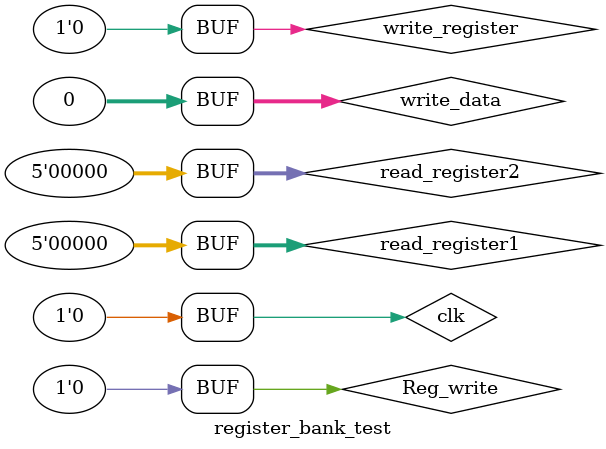
<source format=v>
`timescale 1ns / 1ps


module register_bank_test;

	// Entradas
	reg clk;
	reg [4:0] read_register1;
	reg [4:0] read_register2;
	reg write_register;
	reg [31:0] write_data;
	reg Reg_write;

	// Salidas
	wire [31:0] busA;
	wire [31:0] busB;

	// Instantiate the Unit Under Test (UUT)
	register_bank uut (
		.clk(clk), 
		.read_register1(read_register1), 
		.read_register2(read_register2), 
		.write_register(write_register), 
		.write_data(write_data), 
		.Reg_write(Reg_write), 
		.busA(busA), 
		.busB(busB)
	);

	initial begin
		// Initialize Inputs
		clk = 0;
		read_register1 = 0;
		read_register2 = 0;
		write_register = 0;
		write_data = 0;
		Reg_write = 0;

		#100;
      

	end
      
endmodule


</source>
